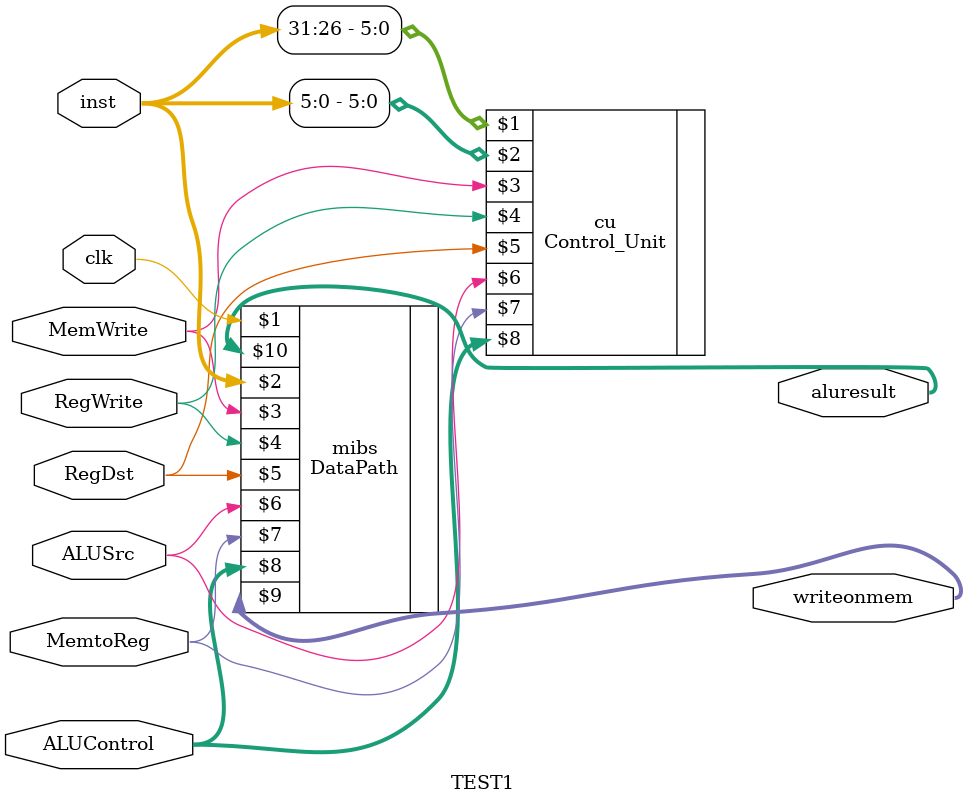
<source format=v>
`timescale 1ns / 1ps

module TEST1
(
input clk , 

input [31:0] inst ,

output [31:0] aluresult , writeonmem,
   
inout 	MemWrite , RegWrite , RegDst , ALUSrc ,MemtoReg,
inout [2:0]ALUControl
);

//wire  MemWrite , RegWrite , RegDst , ALUSrc ,MemtoReg; 

//wire [2:0]ALUControl ;


Control_Unit cu(inst[31:26] , inst[5:0] ,  MemWrite , RegWrite , RegDst , ALUSrc ,MemtoReg ,ALUControl );

DataPath mibs(clk ,  inst ,  MemWrite , RegWrite , RegDst , ALUSrc ,MemtoReg ,ALUControl , writeonmem , aluresult);



endmodule

</source>
